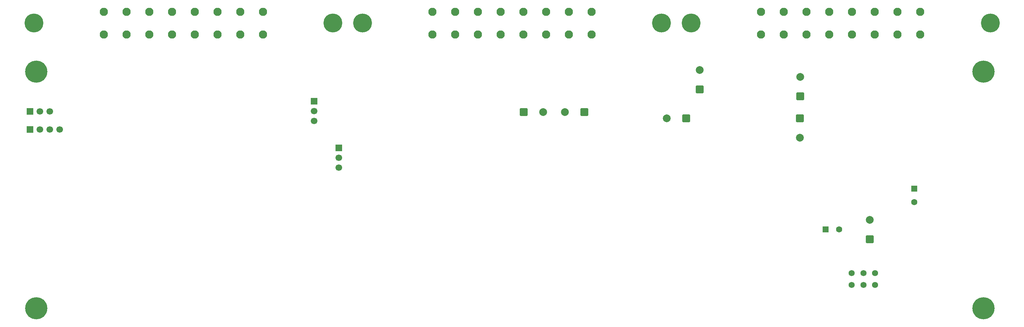
<source format=gbr>
%TF.GenerationSoftware,KiCad,Pcbnew,9.0.7*%
%TF.CreationDate,2026-02-10T17:00:28-08:00*%
%TF.ProjectId,VCU_v2,5643555f-7632-42e6-9b69-6361645f7063,rev?*%
%TF.SameCoordinates,Original*%
%TF.FileFunction,Soldermask,Bot*%
%TF.FilePolarity,Negative*%
%FSLAX46Y46*%
G04 Gerber Fmt 4.6, Leading zero omitted, Abs format (unit mm)*
G04 Created by KiCad (PCBNEW 9.0.7) date 2026-02-10 17:00:28*
%MOMM*%
%LPD*%
G01*
G04 APERTURE LIST*
G04 Aperture macros list*
%AMRoundRect*
0 Rectangle with rounded corners*
0 $1 Rounding radius*
0 $2 $3 $4 $5 $6 $7 $8 $9 X,Y pos of 4 corners*
0 Add a 4 corners polygon primitive as box body*
4,1,4,$2,$3,$4,$5,$6,$7,$8,$9,$2,$3,0*
0 Add four circle primitives for the rounded corners*
1,1,$1+$1,$2,$3*
1,1,$1+$1,$4,$5*
1,1,$1+$1,$6,$7*
1,1,$1+$1,$8,$9*
0 Add four rect primitives between the rounded corners*
20,1,$1+$1,$2,$3,$4,$5,0*
20,1,$1+$1,$4,$5,$6,$7,0*
20,1,$1+$1,$6,$7,$8,$9,0*
20,1,$1+$1,$8,$9,$2,$3,0*%
G04 Aperture macros list end*
%ADD10C,3.600000*%
%ADD11C,5.700000*%
%ADD12RoundRect,0.250000X0.750000X0.750000X-0.750000X0.750000X-0.750000X-0.750000X0.750000X-0.750000X0*%
%ADD13C,2.000000*%
%ADD14C,4.851400*%
%ADD15C,2.108200*%
%ADD16RoundRect,0.250000X-0.550000X-0.550000X0.550000X-0.550000X0.550000X0.550000X-0.550000X0.550000X0*%
%ADD17C,1.600000*%
%ADD18RoundRect,0.250000X-0.550000X0.550000X-0.550000X-0.550000X0.550000X-0.550000X0.550000X0.550000X0*%
%ADD19R,1.700000X1.700000*%
%ADD20C,1.700000*%
%ADD21C,1.574800*%
%ADD22RoundRect,0.250000X-0.750000X-0.750000X0.750000X-0.750000X0.750000X0.750000X-0.750000X0.750000X0*%
%ADD23RoundRect,0.250000X0.750000X-0.750000X0.750000X0.750000X-0.750000X0.750000X-0.750000X-0.750000X0*%
%ADD24RoundRect,0.250000X-0.750000X0.750000X-0.750000X-0.750000X0.750000X-0.750000X0.750000X0.750000X0*%
G04 APERTURE END LIST*
D10*
%TO.C,H1*%
X274320000Y-53340000D03*
D11*
X274320000Y-53340000D03*
%TD*%
D12*
%TO.C,C65*%
X171858881Y-63813713D03*
D13*
X166858881Y-63813713D03*
%TD*%
D14*
%TO.C,U19*%
X199277724Y-40846362D03*
X276087324Y-40846362D03*
D15*
X258129524Y-43767362D03*
X252287524Y-43767362D03*
X246445524Y-43767362D03*
X240603524Y-43767362D03*
X234761524Y-43767362D03*
X228919524Y-43767362D03*
X223077524Y-43767362D03*
X217235524Y-43767362D03*
X258129524Y-37925362D03*
X252287524Y-37925362D03*
X246445524Y-37925362D03*
X240603524Y-37925362D03*
X234761524Y-37925362D03*
X228919524Y-37925362D03*
X223077524Y-37925362D03*
X217235524Y-37925362D03*
%TD*%
D16*
%TO.C,C11*%
X233801877Y-94036020D03*
D17*
X237301877Y-94036020D03*
%TD*%
D18*
%TO.C,C2*%
X256605877Y-83493369D03*
D17*
X256605877Y-86993369D03*
%TD*%
D19*
%TO.C,JP3*%
X102362000Y-60960000D03*
D20*
X102362000Y-63500000D03*
X102362000Y-66040000D03*
%TD*%
D21*
%TO.C,J2*%
X246515476Y-108306700D03*
X243515477Y-108306700D03*
X240515478Y-108306700D03*
X246515476Y-105306701D03*
X243515477Y-105306701D03*
X240515478Y-105306701D03*
%TD*%
D22*
%TO.C,C66*%
X156270881Y-63813713D03*
D13*
X161270881Y-63813713D03*
%TD*%
D19*
%TO.C,JP4*%
X108705000Y-73031000D03*
D20*
X108705000Y-75571000D03*
X108705000Y-78111000D03*
%TD*%
D19*
%TO.C,JP1*%
X29437393Y-63644027D03*
D20*
X31977393Y-63644027D03*
X34517393Y-63644027D03*
%TD*%
D19*
%TO.C,J1*%
X29395343Y-68252197D03*
D20*
X31935343Y-68252197D03*
X34475343Y-68252197D03*
X37015343Y-68252197D03*
%TD*%
D23*
%TO.C,C53*%
X227315340Y-59742124D03*
D13*
X227315340Y-54742124D03*
%TD*%
D14*
%TO.C,U18*%
X114822724Y-40846362D03*
X191632324Y-40846362D03*
D15*
X173674524Y-43767362D03*
X167832524Y-43767362D03*
X161990524Y-43767362D03*
X156148524Y-43767362D03*
X150306524Y-43767362D03*
X144464524Y-43767362D03*
X138622524Y-43767362D03*
X132780524Y-43767362D03*
X173674524Y-37925362D03*
X167832524Y-37925362D03*
X161990524Y-37925362D03*
X156148524Y-37925362D03*
X150306524Y-37925362D03*
X144464524Y-37925362D03*
X138622524Y-37925362D03*
X132780524Y-37925362D03*
%TD*%
D12*
%TO.C,C76*%
X198012660Y-65352753D03*
D13*
X193012660Y-65352753D03*
%TD*%
D10*
%TO.C,H2*%
X31002724Y-53340000D03*
D11*
X31002724Y-53340000D03*
%TD*%
D10*
%TO.C,H3*%
X274320000Y-114300000D03*
D11*
X274320000Y-114300000D03*
%TD*%
D24*
%TO.C,C61*%
X227169966Y-65385949D03*
D13*
X227169966Y-70385949D03*
%TD*%
D14*
%TO.C,U17*%
X30393124Y-40846362D03*
X107202724Y-40846362D03*
D15*
X89244924Y-43767362D03*
X83402924Y-43767362D03*
X77560924Y-43767362D03*
X71718924Y-43767362D03*
X65876924Y-43767362D03*
X60034924Y-43767362D03*
X54192924Y-43767362D03*
X48350924Y-43767362D03*
X89244924Y-37925362D03*
X83402924Y-37925362D03*
X77560924Y-37925362D03*
X71718924Y-37925362D03*
X65876924Y-37925362D03*
X60034924Y-37925362D03*
X54192924Y-37925362D03*
X48350924Y-37925362D03*
%TD*%
D10*
%TO.C,H4*%
X31002724Y-114300000D03*
D11*
X31002724Y-114300000D03*
%TD*%
D23*
%TO.C,C13*%
X245175877Y-96576020D03*
D13*
X245175877Y-91576020D03*
%TD*%
D23*
%TO.C,C80*%
X201451446Y-57914787D03*
D13*
X201451446Y-52914787D03*
%TD*%
M02*

</source>
